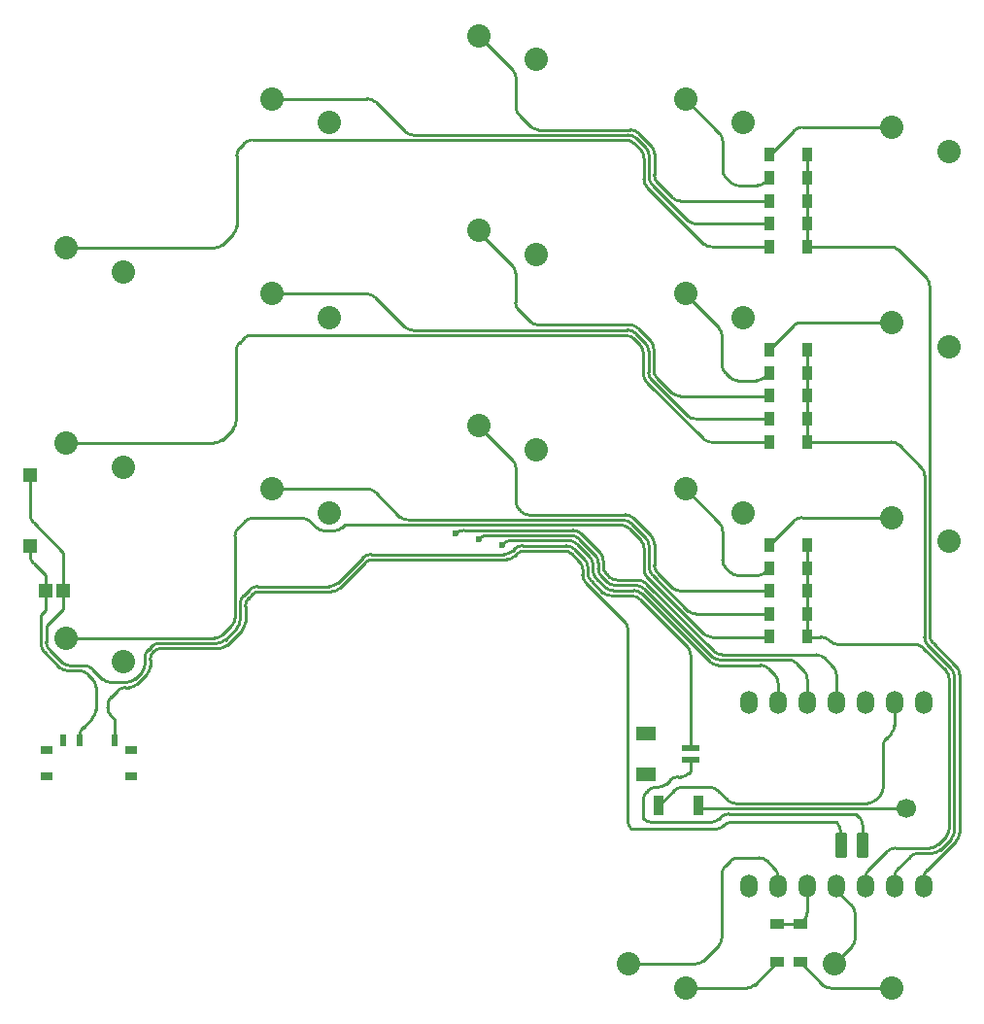
<source format=gbl>
%TF.GenerationSoftware,KiCad,Pcbnew,7.0.9*%
%TF.CreationDate,2025-02-09T18:04:29-08:00*%
%TF.ProjectId,Dyad_left_routes,44796164-5f6c-4656-9674-5f726f757465,v1.0.0*%
%TF.SameCoordinates,Original*%
%TF.FileFunction,Copper,L2,Bot*%
%TF.FilePolarity,Positive*%
%FSLAX46Y46*%
G04 Gerber Fmt 4.6, Leading zero omitted, Abs format (unit mm)*
G04 Created by KiCad (PCBNEW 7.0.9) date 2025-02-09 18:04:29*
%MOMM*%
%LPD*%
G01*
G04 APERTURE LIST*
G04 Aperture macros list*
%AMRoundRect*
0 Rectangle with rounded corners*
0 $1 Rounding radius*
0 $2 $3 $4 $5 $6 $7 $8 $9 X,Y pos of 4 corners*
0 Add a 4 corners polygon primitive as box body*
4,1,4,$2,$3,$4,$5,$6,$7,$8,$9,$2,$3,0*
0 Add four circle primitives for the rounded corners*
1,1,$1+$1,$2,$3*
1,1,$1+$1,$4,$5*
1,1,$1+$1,$6,$7*
1,1,$1+$1,$8,$9*
0 Add four rect primitives between the rounded corners*
20,1,$1+$1,$2,$3,$4,$5,0*
20,1,$1+$1,$4,$5,$6,$7,0*
20,1,$1+$1,$6,$7,$8,$9,0*
20,1,$1+$1,$8,$9,$2,$3,0*%
G04 Aperture macros list end*
%TA.AperFunction,SMDPad,CuDef*%
%ADD10R,1.800000X1.200000*%
%TD*%
%TA.AperFunction,SMDPad,CuDef*%
%ADD11R,1.550000X0.600000*%
%TD*%
%TA.AperFunction,SMDPad,CuDef*%
%ADD12R,1.200000X0.900000*%
%TD*%
%TA.AperFunction,ComponentPad*%
%ADD13C,0.600000*%
%TD*%
%TA.AperFunction,SMDPad,CuDef*%
%ADD14R,0.900000X1.200000*%
%TD*%
%TA.AperFunction,ComponentPad*%
%ADD15C,2.032000*%
%TD*%
%TA.AperFunction,SMDPad,CuDef*%
%ADD16R,1.200000X1.200000*%
%TD*%
%TA.AperFunction,SMDPad,CuDef*%
%ADD17R,1.000000X0.700000*%
%TD*%
%TA.AperFunction,SMDPad,CuDef*%
%ADD18R,0.600000X1.000000*%
%TD*%
%TA.AperFunction,SMDPad,CuDef*%
%ADD19R,1.200000X1.300000*%
%TD*%
%TA.AperFunction,SMDPad,CuDef*%
%ADD20RoundRect,0.750000X0.000000X-0.250000X0.000000X-0.250000X0.000000X0.250000X0.000000X0.250000X0*%
%TD*%
%TA.AperFunction,SMDPad,CuDef*%
%ADD21RoundRect,0.275000X-0.275000X-0.825000X0.275000X-0.825000X0.275000X0.825000X-0.275000X0.825000X0*%
%TD*%
%TA.AperFunction,SMDPad,CuDef*%
%ADD22C,1.700000*%
%TD*%
%TA.AperFunction,SMDPad,CuDef*%
%ADD23R,0.900000X1.700000*%
%TD*%
%TA.AperFunction,Conductor*%
%ADD24C,0.250000*%
%TD*%
G04 APERTURE END LIST*
D10*
%TO.P,,*%
%TO.N,*%
X50575000Y-6000000D03*
X50575000Y-2400000D03*
D11*
%TO.P,,1*%
%TO.N,BATM*%
X54450000Y-4700000D03*
%TO.P,,2*%
%TO.N,TERMP*%
X54450000Y-3700000D03*
%TD*%
D12*
%TO.P,,*%
%TO.N,R3*%
X64000000Y-19050000D03*
%TO.N,R3i*%
X64000000Y-22350000D03*
%TD*%
D13*
%TO.P,,1*%
%TO.N,C2v*%
X34000000Y15000000D03*
%TD*%
D14*
%TO.P,,*%
%TO.N,R2*%
X64650000Y10000000D03*
%TO.N,R2M*%
X61350000Y10000000D03*
%TD*%
%TO.P,,*%
%TO.N,R2*%
X64650000Y14000000D03*
%TO.N,R2i*%
X61350000Y14000000D03*
%TD*%
D15*
%TO.P,S9,1*%
%TO.N,C2v*%
X41000000Y56300000D03*
%TO.P,S9,2*%
%TO.N,R0M*%
X36000000Y58400000D03*
%TD*%
D14*
%TO.P,,*%
%TO.N,R1*%
X64650000Y23000000D03*
%TO.N,R1P*%
X61350000Y23000000D03*
%TD*%
D15*
%TO.P,S1,1*%
%TO.N,C4v*%
X5000000Y3800000D03*
%TO.P,S1,2*%
%TO.N,R2P*%
X0Y5900000D03*
%TD*%
%TO.P,S6,1*%
%TO.N,C3v*%
X23000000Y50800000D03*
%TO.P,S6,2*%
%TO.N,R0R*%
X18000000Y52900000D03*
%TD*%
D13*
%TO.P,,1*%
%TO.N,C4v*%
X38000000Y14000000D03*
%TD*%
D15*
%TO.P,S10,1*%
%TO.N,C1*%
X59000000Y16800000D03*
%TO.P,S10,2*%
%TO.N,R2I*%
X54000000Y18900000D03*
%TD*%
D16*
%TO.P,,1*%
%TO.N,TERMP*%
X-200000Y10000000D03*
%TO.P,,2*%
%TO.N,PS_1*%
X-1800000Y10000000D03*
%TD*%
D14*
%TO.P,,*%
%TO.N,R1*%
X64650000Y31000000D03*
%TO.N,R1i*%
X61350000Y31000000D03*
%TD*%
%TO.P,,*%
%TO.N,R1*%
X64650000Y27000000D03*
%TO.N,R1M*%
X61350000Y27000000D03*
%TD*%
%TO.P,,*%
%TO.N,R1*%
X64650000Y29000000D03*
%TO.N,R1I*%
X61350000Y29000000D03*
%TD*%
%TO.P,,*%
%TO.N,R2*%
X64650000Y8000000D03*
%TO.N,R2R*%
X61350000Y8000000D03*
%TD*%
D17*
%TO.P,S20,*%
%TO.N,*%
X-1700000Y-6150000D03*
X5700000Y-6150000D03*
X-1700000Y-3850000D03*
X5700000Y-3850000D03*
D18*
%TO.P,S20,1*%
%TO.N,one*%
X-225000Y-3000000D03*
%TO.P,S20,2*%
%TO.N,PS_1*%
X1225000Y-3000000D03*
%TO.P,S20,3*%
%TO.N,BATP*%
X4225000Y-3000000D03*
%TD*%
D14*
%TO.P,,*%
%TO.N,R0*%
X64650000Y42000000D03*
%TO.N,R0R*%
X61350000Y42000000D03*
%TD*%
%TO.P,,*%
%TO.N,R2*%
X64650000Y12000000D03*
%TO.N,R2I*%
X61350000Y12000000D03*
%TD*%
D15*
%TO.P,S5,1*%
%TO.N,C3v*%
X23000000Y33800000D03*
%TO.P,S5,2*%
%TO.N,R1R*%
X18000000Y35900000D03*
%TD*%
%TO.P,S3,1*%
%TO.N,C4v*%
X5000000Y37800000D03*
%TO.P,S3,2*%
%TO.N,R0P*%
X0Y39900000D03*
%TD*%
D19*
%TO.P,,1*%
%TO.N,TERMP*%
X-3100000Y20100000D03*
%TO.P,,2*%
%TO.N,PS_1*%
X-3100000Y13900000D03*
%TD*%
D15*
%TO.P,S15,1*%
%TO.N,C0*%
X77000000Y48300000D03*
%TO.P,S15,2*%
%TO.N,R0i*%
X72000000Y50400000D03*
%TD*%
%TO.P,S14,1*%
%TO.N,C0*%
X77000000Y31300000D03*
%TO.P,S14,2*%
%TO.N,R1i*%
X72000000Y33400000D03*
%TD*%
D14*
%TO.P,,*%
%TO.N,R1*%
X64650000Y25000000D03*
%TO.N,R1R*%
X61350000Y25000000D03*
%TD*%
D15*
%TO.P,S13,1*%
%TO.N,C0*%
X77000000Y14300000D03*
%TO.P,S13,2*%
%TO.N,R2i*%
X72000000Y16400000D03*
%TD*%
D14*
%TO.P,,*%
%TO.N,R0*%
X64650000Y44000000D03*
%TO.N,R0M*%
X61350000Y44000000D03*
%TD*%
D20*
%TO.P,S21,3.3V*%
%TO.N,threeV*%
X69698980Y300000D03*
%TO.P,S21,5V*%
%TO.N,fiveV*%
X74778148Y300000D03*
D21*
%TO.P,S21,BAT+*%
%TO.N,BATP*%
X67538210Y-12148890D03*
%TO.P,S21,BAT-*%
%TO.N,BATM*%
X69443210Y-12148890D03*
D20*
%TO.P,S21,D0*%
%TO.N,R0*%
X74778148Y-15700000D03*
%TO.P,S21,D1*%
%TO.N,R1*%
X72238980Y-15700000D03*
%TO.P,S21,D2*%
%TO.N,R2*%
X69698980Y-15700000D03*
%TO.P,S21,D3*%
%TO.N,C0*%
X67158980Y-15700000D03*
%TO.P,S21,D4*%
%TO.N,R3*%
X64618980Y-15700000D03*
%TO.P,S21,D5*%
%TO.N,C1*%
X62078980Y-15700000D03*
%TO.P,S21,D6*%
%TO.N,d0*%
X59538980Y-15700000D03*
%TO.P,S21,D7*%
%TO.N,d7*%
X59538980Y300000D03*
%TO.P,S21,D8*%
%TO.N,C4v*%
X62078980Y300000D03*
%TO.P,S21,D9*%
%TO.N,C3v*%
X64618980Y300000D03*
%TO.P,S21,D10*%
%TO.N,C2v*%
X67158980Y300000D03*
%TO.P,S21,GND*%
%TO.N,GND*%
X72238980Y300000D03*
D22*
%TO.P,S21,RST*%
%TO.N,RST*%
X73255000Y-8970000D03*
%TD*%
D15*
%TO.P,S4,1*%
%TO.N,C3v*%
X23000000Y16800000D03*
%TO.P,S4,2*%
%TO.N,R2R*%
X18000000Y18900000D03*
%TD*%
%TO.P,S16,1*%
%TO.N,C0*%
X67000000Y-22500000D03*
%TO.P,S16,2*%
%TO.N,R3i*%
X72000000Y-24600000D03*
%TD*%
%TO.P,S2,1*%
%TO.N,C4v*%
X5000000Y20800000D03*
%TO.P,S2,2*%
%TO.N,R1P*%
X0Y22900000D03*
%TD*%
D23*
%TO.P,,1*%
%TO.N,RST*%
X55100000Y-8700000D03*
%TO.P,,2*%
%TO.N,GND*%
X51700000Y-8700000D03*
%TD*%
D14*
%TO.P,,*%
%TO.N,R0*%
X64650000Y48000000D03*
%TO.N,R0i*%
X61350000Y48000000D03*
%TD*%
%TO.P,,*%
%TO.N,R0*%
X64650000Y46000000D03*
%TO.N,R0I*%
X61350000Y46000000D03*
%TD*%
D15*
%TO.P,S7,1*%
%TO.N,C2v*%
X41000000Y22300000D03*
%TO.P,S7,2*%
%TO.N,R2M*%
X36000000Y24400000D03*
%TD*%
%TO.P,S17,1*%
%TO.N,C1*%
X49000000Y-22500000D03*
%TO.P,S17,2*%
%TO.N,R3I*%
X54000000Y-24600000D03*
%TD*%
D14*
%TO.P,,*%
%TO.N,R0*%
X64650000Y40000000D03*
%TO.N,R0P*%
X61350000Y40000000D03*
%TD*%
%TO.P,,*%
%TO.N,R2*%
X64650000Y6000000D03*
%TO.N,R2P*%
X61350000Y6000000D03*
%TD*%
D15*
%TO.P,S8,1*%
%TO.N,C2v*%
X41000000Y39300000D03*
%TO.P,S8,2*%
%TO.N,R1M*%
X36000000Y41400000D03*
%TD*%
D13*
%TO.P,,1*%
%TO.N,C3v*%
X36000000Y14500000D03*
%TD*%
D15*
%TO.P,S12,1*%
%TO.N,C1*%
X59000000Y50800000D03*
%TO.P,S12,2*%
%TO.N,R0I*%
X54000000Y52900000D03*
%TD*%
D12*
%TO.P,,*%
%TO.N,R3*%
X62000000Y-19050000D03*
%TO.N,R3I*%
X62000000Y-22350000D03*
%TD*%
D15*
%TO.P,S11,1*%
%TO.N,C1*%
X59000000Y33800000D03*
%TO.P,S11,2*%
%TO.N,R1I*%
X54000000Y35900000D03*
%TD*%
D24*
%TO.N,C4v*%
X42888806Y14388662D02*
X43824592Y14388662D01*
X45938806Y12274448D02*
X45938806Y11780084D01*
X44531699Y14095769D02*
X45645913Y12981555D01*
X56821040Y3538662D02*
X60524592Y3538662D01*
X47680228Y10038662D02*
X49492612Y10038662D01*
X46231699Y11072977D02*
X46973121Y10331555D01*
X37988806Y13988662D02*
X38095913Y14095769D01*
X62067786Y1995468D02*
X62067786Y-91338D01*
X50199719Y9745769D02*
X56113933Y3831555D01*
X61231699Y3245769D02*
X61774893Y2702575D01*
X38803020Y14388662D02*
X42888806Y14388662D01*
X44531695Y14095765D02*
G75*
G03*
X43824592Y14388662I-707095J-707065D01*
G01*
X45938767Y12274448D02*
G75*
G03*
X45645912Y12981554I-999967J52D01*
G01*
X46973099Y10331533D02*
G75*
G03*
X47680228Y10038662I707101J707167D01*
G01*
X50199705Y9745755D02*
G75*
G03*
X49492612Y10038662I-707105J-707055D01*
G01*
X61231695Y3245765D02*
G75*
G03*
X60524592Y3538662I-707095J-707065D01*
G01*
X38803020Y14388659D02*
G75*
G03*
X38095913Y14095769I-20J-999959D01*
G01*
X62067767Y1995468D02*
G75*
G03*
X61774892Y2702574I-999967J32D01*
G01*
X45938793Y11780084D02*
G75*
G03*
X46231699Y11072977I1000007J16D01*
G01*
X56113905Y3831527D02*
G75*
G03*
X56821040Y3538662I707095J707173D01*
G01*
%TO.N,R2P*%
X21306699Y16045769D02*
X21820913Y15531555D01*
X56280228Y5988662D02*
X61338806Y5988662D01*
X50388806Y13724448D02*
X50388806Y11880084D01*
X24288806Y15738662D02*
X48374592Y15738662D01*
X16303020Y16338662D02*
X20599592Y16338662D01*
X15031699Y15481555D02*
X15595913Y16045769D01*
X49081699Y15445769D02*
X50095913Y14431555D01*
X22528020Y15238662D02*
X23374592Y15238662D01*
X50681699Y11172977D02*
X55573121Y6281555D01*
X-11194Y5888662D02*
X12974592Y5888662D01*
X24081699Y15531555D02*
X24288806Y15738662D01*
X14738806Y7652876D02*
X14738806Y14774448D01*
X13681699Y6181555D02*
X14445913Y6945769D01*
X21820895Y15531537D02*
G75*
G03*
X22528020Y15238662I707105J707163D01*
G01*
X55573099Y6281533D02*
G75*
G03*
X56280228Y5988662I707101J707167D01*
G01*
X49081695Y15445765D02*
G75*
G03*
X48374592Y15738662I-707095J-707065D01*
G01*
X50388838Y13724448D02*
G75*
G03*
X50095913Y14431555I-1000038J-48D01*
G01*
X21306695Y16045765D02*
G75*
G03*
X20599592Y16338662I-707095J-707065D01*
G01*
X50388793Y11880084D02*
G75*
G03*
X50681699Y11172977I1000007J16D01*
G01*
X23374592Y15238679D02*
G75*
G03*
X24081699Y15531555I8J1000021D01*
G01*
X12974592Y5888679D02*
G75*
G03*
X13681699Y6181555I8J1000021D01*
G01*
X15031699Y15481555D02*
G75*
G03*
X14738806Y14774448I707101J-707105D01*
G01*
X14445902Y6945780D02*
G75*
G03*
X14738806Y7652876I-707102J707120D01*
G01*
X16303020Y16338659D02*
G75*
G03*
X15595913Y16045769I-20J-999959D01*
G01*
%TO.N,R1P*%
X49481699Y31995769D02*
X50045913Y31431555D01*
X50631699Y28172977D02*
X55523121Y23281555D01*
X14838806Y24802876D02*
X14838806Y30924448D01*
X16203020Y32288662D02*
X48774592Y32288662D01*
X-61194Y22888662D02*
X12924592Y22888662D01*
X13631699Y23181555D02*
X14545913Y24095769D01*
X56230228Y22988662D02*
X61288806Y22988662D01*
X50338806Y30724448D02*
X50338806Y28880084D01*
X15131699Y31631555D02*
X15495913Y31995769D01*
X15131674Y31631580D02*
G75*
G03*
X14838806Y30924448I707126J-707080D01*
G01*
X16203020Y32288659D02*
G75*
G03*
X15495913Y31995769I-20J-999959D01*
G01*
X12924592Y22888679D02*
G75*
G03*
X13631699Y23181555I8J1000021D01*
G01*
X50338767Y30724448D02*
G75*
G03*
X50045912Y31431554I-999967J52D01*
G01*
X49481695Y31995765D02*
G75*
G03*
X48774592Y32288662I-707095J-707065D01*
G01*
X50338793Y28880084D02*
G75*
G03*
X50631699Y28172977I1000007J16D01*
G01*
X14545902Y24095780D02*
G75*
G03*
X14838806Y24802876I-707102J707120D01*
G01*
X55523099Y23281533D02*
G75*
G03*
X56230228Y22988662I707101J707167D01*
G01*
%TO.N,R0P*%
X-11194Y39888662D02*
X12974592Y39888662D01*
X49531699Y48995769D02*
X50095913Y48431555D01*
X50388806Y47724448D02*
X50388806Y45880084D01*
X15181699Y48631555D02*
X15545913Y48995769D01*
X16253020Y49288662D02*
X48824592Y49288662D01*
X56280228Y39988662D02*
X61338806Y39988662D01*
X50681699Y45172977D02*
X55573121Y40281555D01*
X14888806Y41802876D02*
X14888806Y47924448D01*
X13681699Y40181555D02*
X14595913Y41095769D01*
X15181674Y48631580D02*
G75*
G03*
X14888806Y47924448I707126J-707080D01*
G01*
X49531695Y48995765D02*
G75*
G03*
X48824592Y49288662I-707095J-707065D01*
G01*
X50388793Y45880084D02*
G75*
G03*
X50681699Y45172977I1000007J16D01*
G01*
X12974592Y39888679D02*
G75*
G03*
X13681699Y40181555I8J1000021D01*
G01*
X50388767Y47724448D02*
G75*
G03*
X50095912Y48431554I-999967J52D01*
G01*
X14595902Y41095780D02*
G75*
G03*
X14888806Y41802876I-707102J707120D01*
G01*
X16253020Y49288659D02*
G75*
G03*
X15545913Y48995769I-20J-999959D01*
G01*
X55573099Y40281533D02*
G75*
G03*
X56280228Y39988662I707101J707167D01*
G01*
%TO.N,C3v*%
X44718095Y14545769D02*
X46095913Y13167951D01*
X47866624Y10488662D02*
X49679008Y10488662D01*
X35988806Y14488662D02*
X36045913Y14545769D01*
X63681699Y3695769D02*
X64314893Y3062575D01*
X36753020Y14838662D02*
X44010988Y14838662D01*
X64607786Y2355468D02*
X64607786Y-91338D01*
X50386115Y10195769D02*
X56300329Y4281555D01*
X57007436Y3988662D02*
X62974592Y3988662D01*
X46681699Y11259373D02*
X47159517Y10781555D01*
X46388806Y12460844D02*
X46388806Y11966480D01*
X56300303Y4281529D02*
G75*
G03*
X57007436Y3988662I707097J707171D01*
G01*
X36753020Y14838659D02*
G75*
G03*
X36045913Y14545769I-20J-999959D01*
G01*
X47159497Y10781535D02*
G75*
G03*
X47866624Y10488662I707103J707165D01*
G01*
X63681695Y3695765D02*
G75*
G03*
X62974592Y3988662I-707095J-707065D01*
G01*
X46388835Y12460844D02*
G75*
G03*
X46095913Y13167951I-1000035J-44D01*
G01*
X46388790Y11966480D02*
G75*
G03*
X46681699Y11259373I1000010J20D01*
G01*
X50386103Y10195757D02*
G75*
G03*
X49679008Y10488662I-707103J-707057D01*
G01*
X44718093Y14545767D02*
G75*
G03*
X44010988Y14838662I-707093J-707067D01*
G01*
X64607767Y2355468D02*
G75*
G03*
X64314892Y3062574I-999967J32D01*
G01*
%TO.N,R2R*%
X49268095Y15895769D02*
X50545913Y14617951D01*
X17988806Y18888662D02*
X26274592Y18888662D01*
X54916624Y7988662D02*
X61338806Y7988662D01*
X50838806Y13910844D02*
X50838806Y12066480D01*
X29803020Y16188662D02*
X48560988Y16188662D01*
X51131699Y11359373D02*
X54209517Y8281555D01*
X26981699Y18595769D02*
X29095913Y16481555D01*
X54209497Y8281535D02*
G75*
G03*
X54916624Y7988662I707103J707165D01*
G01*
X29095895Y16481537D02*
G75*
G03*
X29803020Y16188662I707105J707163D01*
G01*
X26981695Y18595765D02*
G75*
G03*
X26274592Y18888662I-707095J-707065D01*
G01*
X49268093Y15895767D02*
G75*
G03*
X48560988Y16188662I-707093J-707067D01*
G01*
X50838790Y12066480D02*
G75*
G03*
X51131699Y11359373I1000010J20D01*
G01*
X50838835Y13910844D02*
G75*
G03*
X50545913Y14617951I-1000035J-44D01*
G01*
%TO.N,R1R*%
X54866624Y24988662D02*
X61288806Y24988662D01*
X30203020Y32738662D02*
X48960988Y32738662D01*
X51081699Y28359373D02*
X54159517Y25281555D01*
X49668095Y32445769D02*
X50495913Y31617951D01*
X17938806Y35888662D02*
X26224592Y35888662D01*
X50788806Y30910844D02*
X50788806Y29066480D01*
X26931699Y35595769D02*
X29495913Y33031555D01*
X29495895Y33031537D02*
G75*
G03*
X30203020Y32738662I707105J707163D01*
G01*
X54159497Y25281535D02*
G75*
G03*
X54866624Y24988662I707103J707165D01*
G01*
X50788790Y29066480D02*
G75*
G03*
X51081699Y28359373I1000010J20D01*
G01*
X26931695Y35595765D02*
G75*
G03*
X26224592Y35888662I-707095J-707065D01*
G01*
X50788835Y30910844D02*
G75*
G03*
X50495913Y31617951I-1000035J-44D01*
G01*
X49668093Y32445767D02*
G75*
G03*
X48960988Y32738662I-707093J-707067D01*
G01*
%TO.N,R0R*%
X54916624Y41988662D02*
X61338806Y41988662D01*
X26981699Y52595769D02*
X29545913Y50031555D01*
X49718095Y49445769D02*
X50545913Y48617951D01*
X17988806Y52888662D02*
X26274592Y52888662D01*
X50838806Y47910844D02*
X50838806Y46066480D01*
X51131699Y45359373D02*
X54209517Y42281555D01*
X30253020Y49738662D02*
X49010988Y49738662D01*
X49718093Y49445767D02*
G75*
G03*
X49010988Y49738662I-707093J-707067D01*
G01*
X54209497Y42281535D02*
G75*
G03*
X54916624Y41988662I707103J707165D01*
G01*
X50838790Y46066480D02*
G75*
G03*
X51131699Y45359373I1000010J20D01*
G01*
X26981695Y52595765D02*
G75*
G03*
X26274592Y52888662I-707095J-707065D01*
G01*
X29545895Y50031537D02*
G75*
G03*
X30253020Y49738662I707105J707163D01*
G01*
X50838835Y47910844D02*
G75*
G03*
X50545913Y48617951I-1000035J-44D01*
G01*
%TO.N,C2v*%
X34703020Y15288662D02*
X44197384Y15288662D01*
X66131699Y4145769D02*
X66854893Y3422575D01*
X50572511Y10645769D02*
X56486725Y4731555D01*
X67147786Y2715468D02*
X67147786Y-91338D01*
X47131699Y11445769D02*
X47345913Y11231555D01*
X46838806Y12647240D02*
X46838806Y12152876D01*
X33988806Y14988662D02*
X33995913Y14995769D01*
X44904491Y14995769D02*
X46545913Y13354347D01*
X48053020Y10938662D02*
X49865404Y10938662D01*
X57193832Y4438662D02*
X65424592Y4438662D01*
X34703020Y15288659D02*
G75*
G03*
X33995913Y14995769I-20J-999959D01*
G01*
X56486701Y4731531D02*
G75*
G03*
X57193832Y4438662I707099J707169D01*
G01*
X66131695Y4145765D02*
G75*
G03*
X65424592Y4438662I-707095J-707065D01*
G01*
X46838832Y12647240D02*
G75*
G03*
X46545912Y13354346I-1000032J-40D01*
G01*
X50572501Y10645759D02*
G75*
G03*
X49865404Y10938662I-707101J-707059D01*
G01*
X47345895Y11231537D02*
G75*
G03*
X48053020Y10938662I707105J707163D01*
G01*
X44904491Y14995769D02*
G75*
G03*
X44197384Y15288662I-707091J-707069D01*
G01*
X67147767Y2715468D02*
G75*
G03*
X66854892Y3422574I-999967J32D01*
G01*
X46838787Y12152876D02*
G75*
G03*
X47131699Y11445769I1000013J24D01*
G01*
%TO.N,R2M*%
X39238806Y20674448D02*
X39238806Y17752876D01*
X40353020Y16638662D02*
X48747384Y16638662D01*
X53553020Y9988662D02*
X61338806Y9988662D01*
X51581699Y11545769D02*
X52845913Y10281555D01*
X35988806Y24338662D02*
X38945913Y21381555D01*
X49454491Y16345769D02*
X50995913Y14804347D01*
X39531699Y17045769D02*
X39645913Y16931555D01*
X51288806Y14097240D02*
X51288806Y12252876D01*
X39238767Y20674448D02*
G75*
G03*
X38945912Y21381554I-999967J52D01*
G01*
X51288832Y14097240D02*
G75*
G03*
X50995912Y14804346I-1000032J-40D01*
G01*
X39238787Y17752876D02*
G75*
G03*
X39531699Y17045769I1000013J24D01*
G01*
X52845895Y10281537D02*
G75*
G03*
X53553020Y9988662I707105J707163D01*
G01*
X51288787Y12252876D02*
G75*
G03*
X51581699Y11545769I1000013J24D01*
G01*
X39645895Y16931537D02*
G75*
G03*
X40353020Y16638662I707105J707163D01*
G01*
X49454491Y16345769D02*
G75*
G03*
X48747384Y16638662I-707091J-707069D01*
G01*
%TO.N,R1M*%
X49854491Y32895769D02*
X50945913Y31804347D01*
X53503020Y26988662D02*
X61288806Y26988662D01*
X51238806Y31097240D02*
X51238806Y29252876D01*
X39188806Y37674448D02*
X39188806Y35152876D01*
X35938806Y41338662D02*
X38895913Y38381555D01*
X51531699Y28545769D02*
X52795913Y27281555D01*
X39481699Y34445769D02*
X40445913Y33481555D01*
X41153020Y33188662D02*
X49147384Y33188662D01*
X39188787Y35152876D02*
G75*
G03*
X39481699Y34445769I1000013J24D01*
G01*
X51238787Y29252876D02*
G75*
G03*
X51531699Y28545769I1000013J24D01*
G01*
X39188767Y37674448D02*
G75*
G03*
X38895912Y38381554I-999967J52D01*
G01*
X52795895Y27281537D02*
G75*
G03*
X53503020Y26988662I707105J707163D01*
G01*
X40445895Y33481537D02*
G75*
G03*
X41153020Y33188662I707105J707163D01*
G01*
X49854491Y32895769D02*
G75*
G03*
X49147384Y33188662I-707091J-707069D01*
G01*
X51238832Y31097240D02*
G75*
G03*
X50945912Y31804346I-1000032J-40D01*
G01*
%TO.N,R0M*%
X51288806Y48097240D02*
X51288806Y46252876D01*
X51581699Y45545769D02*
X52845913Y44281555D01*
X39238806Y54674448D02*
X39238806Y52152876D01*
X49904491Y49895769D02*
X50995913Y48804347D01*
X53553020Y43988662D02*
X61338806Y43988662D01*
X35988806Y58338662D02*
X38945913Y55381555D01*
X41203020Y50188662D02*
X49197384Y50188662D01*
X39531699Y51445769D02*
X40495913Y50481555D01*
X51288832Y48097240D02*
G75*
G03*
X50995912Y48804346I-1000032J-40D01*
G01*
X39238767Y54674448D02*
G75*
G03*
X38945912Y55381554I-999967J52D01*
G01*
X39238787Y52152876D02*
G75*
G03*
X39531699Y51445769I1000013J24D01*
G01*
X40495895Y50481537D02*
G75*
G03*
X41203020Y50188662I707105J707163D01*
G01*
X52845895Y44281537D02*
G75*
G03*
X53553020Y43988662I707105J707163D01*
G01*
X51288787Y46252876D02*
G75*
G03*
X51581699Y45545769I1000013J24D01*
G01*
X49904491Y49895769D02*
G75*
G03*
X49197384Y50188662I-707091J-707069D01*
G01*
%TO.N,C1*%
X62067786Y-14904532D02*
X62067786Y-15331338D01*
X48988806Y-22511338D02*
X54874592Y-22511338D01*
X57481699Y-13968445D02*
X57895913Y-13554231D01*
X61131699Y-13554231D02*
X61774893Y-14197425D01*
X57188806Y-20197124D02*
X57188806Y-14675552D01*
X55581699Y-22218445D02*
X56895913Y-20904231D01*
X58603020Y-13261338D02*
X60424592Y-13261338D01*
X54874592Y-22511321D02*
G75*
G03*
X55581699Y-22218445I8J1000021D01*
G01*
X57481724Y-13968470D02*
G75*
G03*
X57188806Y-14675552I707076J-707130D01*
G01*
X56895902Y-20904220D02*
G75*
G03*
X57188806Y-20197124I-707102J707120D01*
G01*
X58603020Y-13261341D02*
G75*
G03*
X57895913Y-13554231I-20J-999959D01*
G01*
X62067767Y-14904532D02*
G75*
G03*
X61774892Y-14197426I-999967J32D01*
G01*
X61131695Y-13554235D02*
G75*
G03*
X60424592Y-13261338I-707095J-707065D01*
G01*
%TO.N,R2I*%
X60981699Y11631555D02*
X61338806Y11988662D01*
X53988806Y18888662D02*
X56945913Y15931555D01*
X58603020Y11338662D02*
X60274592Y11338662D01*
X57238806Y15224448D02*
X57238806Y12702876D01*
X57531699Y11995769D02*
X57895913Y11631555D01*
X60274592Y11338679D02*
G75*
G03*
X60981699Y11631555I8J1000021D01*
G01*
X57238767Y15224448D02*
G75*
G03*
X56945912Y15931554I-999967J52D01*
G01*
X57238787Y12702876D02*
G75*
G03*
X57531699Y11995769I1000013J24D01*
G01*
X57895895Y11631537D02*
G75*
G03*
X58603020Y11338662I707105J707163D01*
G01*
%TO.N,R1I*%
X57188806Y32224448D02*
X57188806Y29702876D01*
X58553020Y28338662D02*
X60224592Y28338662D01*
X60931699Y28631555D02*
X61288806Y28988662D01*
X57481699Y28995769D02*
X57845913Y28631555D01*
X53938806Y35888662D02*
X56895913Y32931555D01*
X57188787Y29702876D02*
G75*
G03*
X57481699Y28995769I1000013J24D01*
G01*
X57188767Y32224448D02*
G75*
G03*
X56895912Y32931554I-999967J52D01*
G01*
X57845895Y28631537D02*
G75*
G03*
X58553020Y28338662I707105J707163D01*
G01*
X60224592Y28338679D02*
G75*
G03*
X60931699Y28631555I8J1000021D01*
G01*
%TO.N,R0I*%
X60981699Y45631555D02*
X61338806Y45988662D01*
X57531699Y45995769D02*
X57895913Y45631555D01*
X53988806Y52888662D02*
X56945913Y49931555D01*
X57238806Y49224448D02*
X57238806Y46702876D01*
X58603020Y45338662D02*
X60274592Y45338662D01*
X57895895Y45631537D02*
G75*
G03*
X58603020Y45338662I707105J707163D01*
G01*
X57238838Y49224448D02*
G75*
G03*
X56945913Y49931555I-1000038J-48D01*
G01*
X57238787Y46702876D02*
G75*
G03*
X57531699Y45995769I1000013J24D01*
G01*
X60274592Y45338679D02*
G75*
G03*
X60981699Y45631555I8J1000021D01*
G01*
%TO.N,C0*%
X68788806Y-18125552D02*
X68788806Y-20297124D01*
X67147786Y-15331338D02*
X67147786Y-15656104D01*
X67440679Y-16363211D02*
X68495913Y-17418445D01*
X68495913Y-21004231D02*
X66988806Y-22511338D01*
X67147787Y-15656104D02*
G75*
G03*
X67440679Y-16363211I1000013J4D01*
G01*
X68788838Y-18125552D02*
G75*
G03*
X68495913Y-17418445I-1000038J-48D01*
G01*
X68495902Y-21004220D02*
G75*
G03*
X68788806Y-20297124I-707102J707120D01*
G01*
%TO.N,R2i*%
X64153020Y16388662D02*
X71988806Y16388662D01*
X61338806Y13988662D02*
X63445913Y16095769D01*
X64153020Y16388659D02*
G75*
G03*
X63445913Y16095769I-20J-999959D01*
G01*
%TO.N,R1i*%
X61288806Y30988662D02*
X63395913Y33095769D01*
X64103020Y33388662D02*
X71938806Y33388662D01*
X64103020Y33388659D02*
G75*
G03*
X63395913Y33095769I-20J-999959D01*
G01*
%TO.N,R0i*%
X64153020Y50388662D02*
X71988806Y50388662D01*
X61338806Y47988662D02*
X63445913Y50095769D01*
X64153020Y50388659D02*
G75*
G03*
X63445913Y50095769I-20J-999959D01*
G01*
%TO.N,R3i*%
X65945913Y-24318445D02*
X63988806Y-22361338D01*
X71988806Y-24611338D02*
X66653020Y-24611338D01*
X65945895Y-24318463D02*
G75*
G03*
X66653020Y-24611338I707105J707163D01*
G01*
%TO.N,R3I*%
X53988806Y-24611338D02*
X59324592Y-24611338D01*
X60031699Y-24318445D02*
X61988806Y-22361338D01*
X59324592Y-24611321D02*
G75*
G03*
X60031699Y-24318445I8J1000021D01*
G01*
%TO.N,TERMP*%
X13160988Y5438662D02*
X8153020Y5438662D01*
X-3111194Y20088662D02*
X-3111194Y16652876D01*
X43610988Y13938662D02*
X39803020Y13938662D01*
X5324592Y2038662D02*
X3889416Y2038662D01*
X15188806Y8860844D02*
X15188806Y7466480D01*
X6888806Y4174448D02*
X6888806Y3602876D01*
X25895913Y12895769D02*
X23681699Y10681555D01*
X39095913Y13645769D02*
X38931699Y13481555D01*
X3182309Y2331555D02*
X2318095Y3195769D01*
X1610988Y3488662D02*
X353020Y3488662D01*
X49306216Y9588662D02*
X47493832Y9588662D01*
X14895913Y6759373D02*
X13868095Y5731555D01*
X46786725Y9881555D02*
X45781699Y10886581D01*
X54438806Y738662D02*
X54438806Y4456072D01*
X-1711194Y6938806D02*
X-200000Y8450000D01*
X38224592Y13188662D02*
X26603020Y13188662D01*
X54145913Y5163179D02*
X50013323Y9295769D01*
X-354087Y3781555D02*
X-1418301Y4845769D01*
X-2818301Y15945769D02*
X-200000Y13327468D01*
X54438806Y738662D02*
X54438806Y-3711338D01*
X22974592Y10388662D02*
X16716624Y10388662D01*
X-1711194Y5552876D02*
X-1711194Y6938806D01*
X45488806Y11593688D02*
X45488806Y12060844D01*
X6595913Y2895769D02*
X6031699Y2331555D01*
X16009517Y10095769D02*
X15481699Y9567951D01*
X-200000Y8450000D02*
X-200000Y10000000D01*
X45195913Y12767951D02*
X44318095Y13645769D01*
X-200000Y13327468D02*
X-200000Y10000000D01*
X7445913Y5145769D02*
X7181699Y4881555D01*
X44318093Y13645767D02*
G75*
G03*
X43610988Y13938662I-707093J-707067D01*
G01*
X45488796Y11593688D02*
G75*
G03*
X45781699Y10886581I1000004J12D01*
G01*
X13160988Y5438682D02*
G75*
G03*
X13868095Y5731555I12J1000018D01*
G01*
X39803020Y13938659D02*
G75*
G03*
X39095913Y13645769I-20J-999959D01*
G01*
X15481722Y9567928D02*
G75*
G03*
X15188806Y8860844I707078J-707128D01*
G01*
X54438784Y4456072D02*
G75*
G03*
X54145912Y5163178I-999984J28D01*
G01*
X-1711193Y5552876D02*
G75*
G03*
X-1418300Y4845770I999993J-3D01*
G01*
X8153020Y5438659D02*
G75*
G03*
X7445913Y5145769I-20J-999959D01*
G01*
X-3111193Y16652876D02*
G75*
G03*
X-2818300Y15945770I999998J-1D01*
G01*
X6595915Y2895767D02*
G75*
G03*
X6888806Y3602876I-707105J707103D01*
G01*
X26603020Y13188659D02*
G75*
G03*
X25895913Y12895769I-20J-999959D01*
G01*
X45488835Y12060844D02*
G75*
G03*
X45195913Y12767951I-1000035J-44D01*
G01*
X38224592Y13188679D02*
G75*
G03*
X38931699Y13481555I8J1000021D01*
G01*
X16716624Y10388656D02*
G75*
G03*
X16009517Y10095769I-24J-999956D01*
G01*
X-354087Y3781555D02*
G75*
G03*
X353020Y3488662I707104J707101D01*
G01*
X3182293Y2331539D02*
G75*
G03*
X3889416Y2038662I707107J707161D01*
G01*
X14895904Y6759382D02*
G75*
G03*
X15188806Y7466480I-707104J707118D01*
G01*
X46786701Y9881531D02*
G75*
G03*
X47493832Y9588662I707099J707169D01*
G01*
X22974592Y10388679D02*
G75*
G03*
X23681699Y10681555I8J1000021D01*
G01*
X2318094Y3195768D02*
G75*
G03*
X1610988Y3488662I-707104J-707098D01*
G01*
X7181674Y4881580D02*
G75*
G03*
X6888806Y4174448I707126J-707080D01*
G01*
X50013307Y9295753D02*
G75*
G03*
X49306216Y9588662I-707107J-707053D01*
G01*
X5324592Y2038679D02*
G75*
G03*
X6031699Y2331555I8J1000021D01*
G01*
%TO.N,BATM*%
X57075913Y-9724231D02*
X56931699Y-9868445D01*
X51453020Y-7111338D02*
X51624592Y-7111338D01*
X52331699Y-6818445D02*
X52645913Y-6504231D01*
X69432016Y-12160228D02*
X69432016Y-10388762D01*
X53353020Y-6211338D02*
X53574592Y-6211338D01*
X68888806Y-9431338D02*
X57783020Y-9431338D01*
X54281699Y-5918445D02*
X54438806Y-5761338D01*
X50345913Y-9868445D02*
X50338806Y-9861338D01*
X50631699Y-7518445D02*
X50745913Y-7404231D01*
X56224592Y-10161338D02*
X51053020Y-10161338D01*
X50338806Y-9861338D02*
X50338806Y-8225552D01*
X69139123Y-9681655D02*
X68888806Y-9431338D01*
X54438806Y-5761338D02*
X54438806Y-4711338D01*
X53353020Y-6211341D02*
G75*
G03*
X52645913Y-6504231I-20J-999959D01*
G01*
X51624592Y-7111321D02*
G75*
G03*
X52331699Y-6818445I8J1000021D01*
G01*
X50345895Y-9868463D02*
G75*
G03*
X51053020Y-10161338I707105J707163D01*
G01*
X57783020Y-9431341D02*
G75*
G03*
X57075913Y-9724231I-20J-999959D01*
G01*
X50631724Y-7518470D02*
G75*
G03*
X50338806Y-8225552I707076J-707130D01*
G01*
X56224592Y-10161321D02*
G75*
G03*
X56931699Y-9868445I8J1000021D01*
G01*
X53574592Y-6211321D02*
G75*
G03*
X54281699Y-5918445I8J1000021D01*
G01*
X51453020Y-7111341D02*
G75*
G03*
X50745913Y-7404231I-20J-999959D01*
G01*
X69432038Y-10388762D02*
G75*
G03*
X69139123Y-9681655I-1000038J-38D01*
G01*
%TO.N,PS_1*%
X1225000Y-2589214D02*
X1225000Y-3000000D01*
X-2818301Y12395769D02*
X-1800000Y11377468D01*
X-1800000Y8300000D02*
X-2161194Y7938806D01*
X-1868301Y4659373D02*
X-540483Y3331555D01*
X1904231Y2745769D02*
X2307107Y2342893D01*
X-1800000Y11377468D02*
X-1800000Y10000000D01*
X-3111194Y13888662D02*
X-3111194Y13102876D01*
X2600000Y1635786D02*
X2600000Y-385786D01*
X-1800000Y10000000D02*
X-1800000Y8300000D01*
X166624Y3038662D02*
X1197124Y3038662D01*
X2307107Y-1092893D02*
X1517893Y-1882107D01*
X-2161194Y7938806D02*
X-2161194Y5366480D01*
X1517886Y-1882100D02*
G75*
G03*
X1225000Y-2589214I707114J-707100D01*
G01*
X-3111193Y13102876D02*
G75*
G03*
X-2818300Y12395770I999998J-1D01*
G01*
X-540483Y3331555D02*
G75*
G03*
X166624Y3038662I707104J707101D01*
G01*
X2599990Y1635786D02*
G75*
G03*
X2307107Y2342893I-999990J14D01*
G01*
X1904232Y2745770D02*
G75*
G03*
X1197124Y3038662I-707102J-707100D01*
G01*
X2307107Y-1092893D02*
G75*
G03*
X2600000Y-385786I-707097J707103D01*
G01*
X-2161193Y5366480D02*
G75*
G03*
X-1868300Y4659374I999998J-1D01*
G01*
%TO.N,BATP*%
X39118095Y13031555D02*
X39282309Y13195769D01*
X57331699Y-10468445D02*
X57345913Y-10454231D01*
X39989416Y13488662D02*
X43424592Y13488662D01*
X15638806Y7280084D02*
X15638806Y8674448D01*
X44131699Y13195769D02*
X44745913Y12581555D01*
X67527016Y-10963762D02*
X67527016Y-12160228D01*
X7338806Y3416480D02*
X7338806Y3988052D01*
X7631699Y4695159D02*
X7632309Y4695769D01*
X45331699Y10700185D02*
X48695913Y7335971D01*
X3942893Y742893D02*
X4495769Y1295769D01*
X15931699Y9381555D02*
X16195913Y9645769D01*
X16903020Y9938662D02*
X23160988Y9938662D01*
X6218095Y1881555D02*
X7045913Y2709373D01*
X45038806Y11874448D02*
X45038806Y11407292D01*
X3650000Y-185786D02*
X3650000Y35786D01*
X4225000Y-3000000D02*
X4225000Y-1175000D01*
X67138806Y-10161338D02*
X67234123Y-10256655D01*
X49288806Y-10761338D02*
X56624592Y-10761338D01*
X49281699Y-10754231D02*
X49288806Y-10761338D01*
X58053020Y-10161338D02*
X67138806Y-10161338D01*
X48988806Y6628864D02*
X48988806Y-9936338D01*
X23868095Y10231555D02*
X26082309Y12445769D01*
X26789416Y12738662D02*
X38410988Y12738662D01*
X5202876Y1588662D02*
X5510988Y1588662D01*
X48988806Y-9936338D02*
X48988806Y-10047124D01*
X8339416Y4988662D02*
X13347384Y4988662D01*
X14054491Y5281555D02*
X15345913Y6572977D01*
X4225000Y-1175000D02*
X3942893Y-892893D01*
X58053020Y-10161341D02*
G75*
G03*
X57345913Y-10454231I-20J-999959D01*
G01*
X15931699Y9381555D02*
G75*
G03*
X15638806Y8674448I707101J-707105D01*
G01*
X56624592Y-10761321D02*
G75*
G03*
X57331699Y-10468445I8J1000021D01*
G01*
X5202876Y1588690D02*
G75*
G03*
X4495769Y1295769I24J-999990D01*
G01*
X15345906Y6572984D02*
G75*
G03*
X15638806Y7280084I-707106J707116D01*
G01*
X13347384Y4988685D02*
G75*
G03*
X14054490Y5281556I16J1000015D01*
G01*
X7631701Y4695157D02*
G75*
G03*
X7338806Y3988052I707099J-707107D01*
G01*
X16903020Y9938659D02*
G75*
G03*
X16195913Y9645769I-20J-999959D01*
G01*
X5510988Y1588682D02*
G75*
G03*
X6218095Y1881555I12J1000018D01*
G01*
X7045904Y2709382D02*
G75*
G03*
X7338806Y3416480I-707104J707118D01*
G01*
X38410988Y12738682D02*
G75*
G03*
X39118095Y13031555I12J1000018D01*
G01*
X44131695Y13195765D02*
G75*
G03*
X43424592Y13488662I-707095J-707065D01*
G01*
X3650010Y-185786D02*
G75*
G03*
X3942893Y-892893I999990J-14D01*
G01*
X48988779Y6628864D02*
G75*
G03*
X48695913Y7335971I-999979J36D01*
G01*
X48988787Y-10047124D02*
G75*
G03*
X49281699Y-10754231I1000013J24D01*
G01*
X45038838Y11874448D02*
G75*
G03*
X44745913Y12581555I-1000038J-48D01*
G01*
X3942886Y742900D02*
G75*
G03*
X3650000Y35786I707114J-707100D01*
G01*
X26789416Y12738662D02*
G75*
G03*
X26082309Y12445769I-16J-999962D01*
G01*
X39989416Y13488662D02*
G75*
G03*
X39282309Y13195769I-16J-999962D01*
G01*
X8339416Y4988662D02*
G75*
G03*
X7632309Y4695769I-16J-999962D01*
G01*
X23160988Y9938682D02*
G75*
G03*
X23868095Y10231555I12J1000018D01*
G01*
X45038799Y11407292D02*
G75*
G03*
X45331700Y10700186I1000001J8D01*
G01*
X67527038Y-10963762D02*
G75*
G03*
X67234123Y-10256655I-1000038J-38D01*
G01*
%TO.N,GND*%
X72227786Y-1708144D02*
X72227786Y-91338D01*
X57645913Y-8218445D02*
X56831699Y-7404231D01*
X71238806Y-7147124D02*
X71238806Y-3525552D01*
X56124592Y-7111338D02*
X53703020Y-7111338D01*
X52995913Y-7404231D02*
X51688806Y-8711338D01*
X69874592Y-8511338D02*
X58353020Y-8511338D01*
X70581699Y-8218445D02*
X70945913Y-7854231D01*
X71531699Y-2818445D02*
X71934893Y-2415251D01*
X56831695Y-7404235D02*
G75*
G03*
X56124592Y-7111338I-707095J-707065D01*
G01*
X57645895Y-8218463D02*
G75*
G03*
X58353020Y-8511338I707105J707163D01*
G01*
X69874592Y-8511321D02*
G75*
G03*
X70581699Y-8218445I8J1000021D01*
G01*
X53703020Y-7111341D02*
G75*
G03*
X52995913Y-7404231I-20J-999959D01*
G01*
X71531724Y-2818470D02*
G75*
G03*
X71238806Y-3525552I707076J-707130D01*
G01*
X70945902Y-7854220D02*
G75*
G03*
X71238806Y-7147124I-707102J707120D01*
G01*
X71934868Y-2415226D02*
G75*
G03*
X72227786Y-1708144I-707068J707126D01*
G01*
%TO.N,R0*%
X77595913Y-11804231D02*
X75059847Y-14340297D01*
X77888806Y2724448D02*
X77888806Y-11097124D01*
X64638806Y39988662D02*
X64638806Y41988662D01*
X75288806Y36574448D02*
X75288806Y6152876D01*
X75581699Y5445769D02*
X77595913Y3431555D01*
X64638806Y43988662D02*
X64638806Y45988662D01*
X64638806Y39988662D02*
X71874592Y39988662D01*
X74766954Y-15047404D02*
X74766954Y-15331338D01*
X64638806Y45988662D02*
X64638806Y47988662D01*
X64638806Y41988662D02*
X64638806Y43988662D01*
X72581699Y39695769D02*
X74995913Y37281555D01*
X72581695Y39695765D02*
G75*
G03*
X71874592Y39988662I-707095J-707065D01*
G01*
X75288787Y6152876D02*
G75*
G03*
X75581699Y5445769I1000013J24D01*
G01*
X75288767Y36574448D02*
G75*
G03*
X74995912Y37281554I-999967J52D01*
G01*
X77888767Y2724448D02*
G75*
G03*
X77595912Y3431554I-999967J52D01*
G01*
X77595902Y-11804220D02*
G75*
G03*
X77888806Y-11097124I-707102J707120D01*
G01*
X75059856Y-14340306D02*
G75*
G03*
X74766954Y-15047404I707044J-707094D01*
G01*
%TO.N,R1*%
X64638806Y28988662D02*
X64638806Y26988662D01*
X64638806Y26988662D02*
X64638806Y24988662D01*
X72520679Y-14229465D02*
X73595913Y-13154231D01*
X77438806Y-10910728D02*
X77438806Y2538052D01*
X64638806Y24988662D02*
X64638806Y22988662D01*
X72227786Y-15331338D02*
X72227786Y-14936572D01*
X76195303Y-12568445D02*
X77145913Y-11617835D01*
X74838806Y5966480D02*
X74838806Y20074448D01*
X74303020Y-12861338D02*
X75488196Y-12861338D01*
X77145913Y3245159D02*
X75131699Y5259373D01*
X71924592Y22988662D02*
X64638806Y22988662D01*
X74545913Y20781555D02*
X72631699Y22695769D01*
X64638806Y28988662D02*
X64638806Y30988662D01*
X77438770Y2538052D02*
G75*
G03*
X77145913Y3245159I-999970J48D01*
G01*
X77145900Y-11617822D02*
G75*
G03*
X77438806Y-10910728I-707100J707122D01*
G01*
X72631695Y22695765D02*
G75*
G03*
X71924592Y22988662I-707095J-707065D01*
G01*
X74838838Y20074448D02*
G75*
G03*
X74545913Y20781555I-1000038J-48D01*
G01*
X75488196Y-12861324D02*
G75*
G03*
X76195303Y-12568445I4J1000024D01*
G01*
X74838790Y5966480D02*
G75*
G03*
X75131699Y5259373I1000010J20D01*
G01*
X72520690Y-14229476D02*
G75*
G03*
X72227786Y-14936572I707110J-707124D01*
G01*
X74303020Y-12861341D02*
G75*
G03*
X73595913Y-13154231I-20J-999959D01*
G01*
%TO.N,R2*%
X71595913Y-12704231D02*
X69980679Y-14319465D01*
X64638806Y11988662D02*
X64638806Y9988662D01*
X69687786Y-15026572D02*
X69687786Y-15331338D01*
X64638806Y7988662D02*
X64638806Y5988662D01*
X67303020Y5338662D02*
X74001800Y5338662D01*
X64638806Y13988662D02*
X64638806Y11988662D01*
X75301800Y-12411338D02*
X72303020Y-12411338D01*
X64638806Y5988662D02*
X65824592Y5988662D01*
X66531699Y5695769D02*
X66595913Y5631555D01*
X64638806Y9988662D02*
X64638806Y7988662D01*
X76988806Y2351656D02*
X76988806Y-10724332D01*
X74708907Y5045769D02*
X76695913Y3058763D01*
X76695913Y-11431439D02*
X76008907Y-12118445D01*
X69980690Y-14319476D02*
G75*
G03*
X69687786Y-15026572I707110J-707124D01*
G01*
X66531695Y5695765D02*
G75*
G03*
X65824592Y5988662I-707095J-707065D01*
G01*
X72303020Y-12411341D02*
G75*
G03*
X71595913Y-12704231I-20J-999959D01*
G01*
X74708899Y5045761D02*
G75*
G03*
X74001800Y5338662I-707099J-707061D01*
G01*
X75301800Y-12411327D02*
G75*
G03*
X76008907Y-12118445I0J1000027D01*
G01*
X66595895Y5631537D02*
G75*
G03*
X67303020Y5338662I707105J707163D01*
G01*
X76695898Y-11431424D02*
G75*
G03*
X76988806Y-10724332I-707098J707124D01*
G01*
X76988773Y2351656D02*
G75*
G03*
X76695913Y3058763I-999973J44D01*
G01*
%TO.N,R3*%
X61988806Y-19061338D02*
X63988806Y-19061338D01*
X64314893Y-18735251D02*
X63988806Y-19061338D01*
X64607786Y-15331338D02*
X64607786Y-18028144D01*
X64314868Y-18735226D02*
G75*
G03*
X64607786Y-18028144I-707068J707126D01*
G01*
%TO.N,RST*%
X55358806Y-8981338D02*
X55088806Y-8711338D01*
X73243806Y-8981338D02*
X55358806Y-8981338D01*
%TD*%
M02*

</source>
